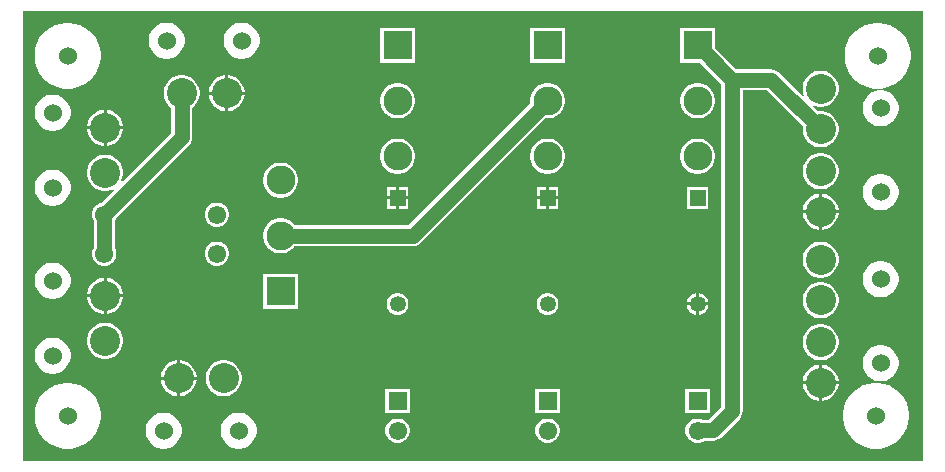
<source format=gbl>
G04*
G04 #@! TF.GenerationSoftware,Altium Limited,Altium Designer,21.2.2 (38)*
G04*
G04 Layer_Physical_Order=2*
G04 Layer_Color=16711680*
%FSLAX24Y24*%
%MOIN*%
G70*
G04*
G04 #@! TF.SameCoordinates,143DD886-8BEB-4202-99AC-BBB6EA89E434*
G04*
G04*
G04 #@! TF.FilePolarity,Positive*
G04*
G01*
G75*
%ADD21C,0.0500*%
%ADD22C,0.0965*%
%ADD23R,0.0965X0.0965*%
%ADD24C,0.1000*%
%ADD25C,0.0600*%
%ADD26R,0.0531X0.0531*%
%ADD27C,0.0531*%
%ADD28C,0.0610*%
%ADD29R,0.0610X0.0610*%
G36*
X30000Y0D02*
X0D01*
Y15000D01*
X30000D01*
Y0D01*
D02*
G37*
%LPC*%
G36*
X7359Y14600D02*
X7241D01*
X7125Y14577D01*
X7016Y14532D01*
X6918Y14466D01*
X6834Y14382D01*
X6768Y14284D01*
X6723Y14175D01*
X6700Y14059D01*
Y13941D01*
X6723Y13825D01*
X6768Y13716D01*
X6834Y13618D01*
X6918Y13534D01*
X7016Y13468D01*
X7125Y13423D01*
X7241Y13400D01*
X7359D01*
X7475Y13423D01*
X7584Y13468D01*
X7682Y13534D01*
X7766Y13618D01*
X7832Y13716D01*
X7877Y13825D01*
X7900Y13941D01*
Y14059D01*
X7877Y14175D01*
X7832Y14284D01*
X7766Y14382D01*
X7682Y14466D01*
X7584Y14532D01*
X7475Y14577D01*
X7359Y14600D01*
D02*
G37*
G36*
X4859D02*
X4741D01*
X4625Y14577D01*
X4516Y14532D01*
X4418Y14466D01*
X4334Y14382D01*
X4268Y14284D01*
X4223Y14175D01*
X4200Y14059D01*
Y13941D01*
X4223Y13825D01*
X4268Y13716D01*
X4334Y13618D01*
X4418Y13534D01*
X4516Y13468D01*
X4625Y13423D01*
X4741Y13400D01*
X4859D01*
X4975Y13423D01*
X5084Y13468D01*
X5182Y13534D01*
X5266Y13618D01*
X5332Y13716D01*
X5377Y13825D01*
X5400Y13941D01*
Y14059D01*
X5377Y14175D01*
X5332Y14284D01*
X5266Y14382D01*
X5182Y14466D01*
X5084Y14532D01*
X4975Y14577D01*
X4859Y14600D01*
D02*
G37*
G36*
X18082Y14433D02*
X16918D01*
Y13268D01*
X18082D01*
Y14433D01*
D02*
G37*
G36*
X13082D02*
X11918D01*
Y13268D01*
X13082D01*
Y14433D01*
D02*
G37*
G36*
X28587Y14600D02*
X28413D01*
X28242Y14573D01*
X28078Y14519D01*
X27923Y14441D01*
X27783Y14339D01*
X27661Y14217D01*
X27559Y14077D01*
X27481Y13922D01*
X27427Y13758D01*
X27400Y13587D01*
Y13413D01*
X27427Y13242D01*
X27481Y13078D01*
X27559Y12923D01*
X27661Y12783D01*
X27783Y12661D01*
X27923Y12559D01*
X28078Y12481D01*
X28242Y12427D01*
X28413Y12400D01*
X28587D01*
X28758Y12427D01*
X28922Y12481D01*
X29077Y12559D01*
X29217Y12661D01*
X29339Y12783D01*
X29441Y12923D01*
X29519Y13078D01*
X29573Y13242D01*
X29600Y13413D01*
Y13587D01*
X29573Y13758D01*
X29519Y13922D01*
X29441Y14077D01*
X29339Y14217D01*
X29217Y14339D01*
X29077Y14441D01*
X28922Y14519D01*
X28758Y14573D01*
X28587Y14600D01*
D02*
G37*
G36*
X1587D02*
X1413D01*
X1242Y14573D01*
X1078Y14519D01*
X923Y14441D01*
X783Y14339D01*
X661Y14217D01*
X559Y14077D01*
X481Y13922D01*
X427Y13758D01*
X400Y13587D01*
Y13413D01*
X427Y13242D01*
X481Y13078D01*
X559Y12923D01*
X661Y12783D01*
X783Y12661D01*
X923Y12559D01*
X1078Y12481D01*
X1242Y12427D01*
X1413Y12400D01*
X1587D01*
X1758Y12427D01*
X1922Y12481D01*
X2077Y12559D01*
X2217Y12661D01*
X2339Y12783D01*
X2441Y12923D01*
X2519Y13078D01*
X2573Y13242D01*
X2600Y13413D01*
Y13587D01*
X2573Y13758D01*
X2519Y13922D01*
X2441Y14077D01*
X2339Y14217D01*
X2217Y14339D01*
X2077Y14441D01*
X1922Y14519D01*
X1758Y14573D01*
X1587Y14600D01*
D02*
G37*
G36*
X6859Y12850D02*
X6850D01*
Y12300D01*
X7400D01*
Y12309D01*
X7377Y12425D01*
X7332Y12534D01*
X7266Y12632D01*
X7182Y12716D01*
X7084Y12782D01*
X6975Y12827D01*
X6859Y12850D01*
D02*
G37*
G36*
X6750D02*
X6741D01*
X6625Y12827D01*
X6516Y12782D01*
X6418Y12716D01*
X6334Y12632D01*
X6268Y12534D01*
X6223Y12425D01*
X6200Y12309D01*
Y12300D01*
X6750D01*
Y12850D01*
D02*
G37*
G36*
X23082Y14433D02*
X21918D01*
Y13268D01*
X22583D01*
X23297Y12554D01*
Y1796D01*
X22875Y1374D01*
X22662D01*
X22656Y1378D01*
X22553Y1405D01*
X22447D01*
X22344Y1378D01*
X22251Y1324D01*
X22176Y1249D01*
X22122Y1156D01*
X22095Y1053D01*
Y947D01*
X22122Y844D01*
X22176Y751D01*
X22251Y676D01*
X22344Y622D01*
X22447Y595D01*
X22553D01*
X22656Y622D01*
X22735Y668D01*
X23021D01*
X23112Y680D01*
X23198Y715D01*
X23271Y771D01*
X23900Y1400D01*
X23956Y1473D01*
X23991Y1559D01*
X24003Y1650D01*
Y12347D01*
X24803D01*
X26007Y11144D01*
X26000Y11109D01*
Y10991D01*
X26023Y10875D01*
X26068Y10766D01*
X26134Y10668D01*
X26218Y10584D01*
X26316Y10518D01*
X26425Y10473D01*
X26541Y10450D01*
X26659D01*
X26775Y10473D01*
X26884Y10518D01*
X26982Y10584D01*
X27066Y10668D01*
X27132Y10766D01*
X27177Y10875D01*
X27200Y10991D01*
Y11109D01*
X27177Y11225D01*
X27132Y11334D01*
X27066Y11432D01*
X26982Y11516D01*
X26884Y11582D01*
X26775Y11627D01*
X26659Y11650D01*
X26541D01*
X26506Y11643D01*
X26349Y11801D01*
X26377Y11843D01*
X26425Y11823D01*
X26541Y11800D01*
X26659D01*
X26775Y11823D01*
X26884Y11868D01*
X26982Y11934D01*
X27066Y12018D01*
X27132Y12116D01*
X27177Y12225D01*
X27200Y12341D01*
Y12459D01*
X27177Y12575D01*
X27132Y12684D01*
X27066Y12782D01*
X26982Y12866D01*
X26884Y12932D01*
X26775Y12977D01*
X26659Y13000D01*
X26541D01*
X26425Y12977D01*
X26316Y12932D01*
X26218Y12866D01*
X26134Y12782D01*
X26068Y12684D01*
X26023Y12575D01*
X26000Y12459D01*
Y12341D01*
X26023Y12225D01*
X26043Y12177D01*
X26001Y12149D01*
X25199Y12950D01*
X25126Y13006D01*
X25041Y13041D01*
X24950Y13053D01*
X23796D01*
X23082Y13767D01*
Y14433D01*
D02*
G37*
G36*
X7400Y12200D02*
X6850D01*
Y11650D01*
X6859D01*
X6975Y11673D01*
X7084Y11718D01*
X7182Y11784D01*
X7266Y11868D01*
X7332Y11966D01*
X7377Y12075D01*
X7400Y12191D01*
Y12200D01*
D02*
G37*
G36*
X6750D02*
X6200D01*
Y12191D01*
X6223Y12075D01*
X6268Y11966D01*
X6334Y11868D01*
X6418Y11784D01*
X6516Y11718D01*
X6625Y11673D01*
X6741Y11650D01*
X6750D01*
Y12200D01*
D02*
G37*
G36*
X22557Y12582D02*
X22443D01*
X22330Y12560D01*
X22224Y12516D01*
X22129Y12452D01*
X22048Y12371D01*
X21984Y12276D01*
X21940Y12170D01*
X21918Y12057D01*
Y11943D01*
X21940Y11830D01*
X21984Y11724D01*
X22048Y11629D01*
X22129Y11548D01*
X22224Y11484D01*
X22330Y11440D01*
X22443Y11418D01*
X22557D01*
X22670Y11440D01*
X22776Y11484D01*
X22871Y11548D01*
X22952Y11629D01*
X23016Y11724D01*
X23060Y11830D01*
X23082Y11943D01*
Y12057D01*
X23060Y12170D01*
X23016Y12276D01*
X22952Y12371D01*
X22871Y12452D01*
X22776Y12516D01*
X22670Y12560D01*
X22557Y12582D01*
D02*
G37*
G36*
X17557D02*
X17443D01*
X17330Y12560D01*
X17224Y12516D01*
X17129Y12452D01*
X17048Y12371D01*
X16984Y12276D01*
X16940Y12170D01*
X16918Y12057D01*
Y11943D01*
X16922Y11921D01*
X12854Y7853D01*
X9064D01*
X9052Y7871D01*
X8971Y7952D01*
X8876Y8016D01*
X8770Y8060D01*
X8657Y8082D01*
X8543D01*
X8430Y8060D01*
X8324Y8016D01*
X8229Y7952D01*
X8148Y7871D01*
X8084Y7776D01*
X8040Y7670D01*
X8018Y7557D01*
Y7443D01*
X8040Y7330D01*
X8084Y7224D01*
X8148Y7129D01*
X8229Y7048D01*
X8324Y6984D01*
X8430Y6940D01*
X8543Y6918D01*
X8657D01*
X8770Y6940D01*
X8876Y6984D01*
X8971Y7048D01*
X9052Y7129D01*
X9064Y7147D01*
X13000D01*
X13091Y7159D01*
X13177Y7194D01*
X13250Y7250D01*
X17421Y11422D01*
X17443Y11418D01*
X17557D01*
X17670Y11440D01*
X17776Y11484D01*
X17871Y11548D01*
X17952Y11629D01*
X18016Y11724D01*
X18060Y11830D01*
X18082Y11943D01*
Y12057D01*
X18060Y12170D01*
X18016Y12276D01*
X17952Y12371D01*
X17871Y12452D01*
X17776Y12516D01*
X17670Y12560D01*
X17557Y12582D01*
D02*
G37*
G36*
X12557D02*
X12443D01*
X12330Y12560D01*
X12224Y12516D01*
X12129Y12452D01*
X12048Y12371D01*
X11984Y12276D01*
X11940Y12170D01*
X11918Y12057D01*
Y11943D01*
X11940Y11830D01*
X11984Y11724D01*
X12048Y11629D01*
X12129Y11548D01*
X12224Y11484D01*
X12330Y11440D01*
X12443Y11418D01*
X12557D01*
X12670Y11440D01*
X12776Y11484D01*
X12871Y11548D01*
X12952Y11629D01*
X13016Y11724D01*
X13060Y11830D01*
X13082Y11943D01*
Y12057D01*
X13060Y12170D01*
X13016Y12276D01*
X12952Y12371D01*
X12871Y12452D01*
X12776Y12516D01*
X12670Y12560D01*
X12557Y12582D01*
D02*
G37*
G36*
X28659Y12350D02*
X28541D01*
X28425Y12327D01*
X28316Y12282D01*
X28218Y12216D01*
X28134Y12132D01*
X28068Y12034D01*
X28023Y11925D01*
X28000Y11809D01*
Y11691D01*
X28023Y11575D01*
X28068Y11466D01*
X28134Y11368D01*
X28218Y11284D01*
X28316Y11218D01*
X28425Y11173D01*
X28541Y11150D01*
X28659D01*
X28775Y11173D01*
X28884Y11218D01*
X28982Y11284D01*
X29066Y11368D01*
X29132Y11466D01*
X29177Y11575D01*
X29200Y11691D01*
Y11809D01*
X29177Y11925D01*
X29132Y12034D01*
X29066Y12132D01*
X28982Y12216D01*
X28884Y12282D01*
X28775Y12327D01*
X28659Y12350D01*
D02*
G37*
G36*
X2809Y11700D02*
X2800D01*
Y11150D01*
X3350D01*
Y11159D01*
X3327Y11275D01*
X3282Y11384D01*
X3216Y11482D01*
X3132Y11566D01*
X3034Y11632D01*
X2925Y11677D01*
X2809Y11700D01*
D02*
G37*
G36*
X2700D02*
X2691D01*
X2575Y11677D01*
X2466Y11632D01*
X2368Y11566D01*
X2284Y11482D01*
X2218Y11384D01*
X2173Y11275D01*
X2150Y11159D01*
Y11150D01*
X2700D01*
Y11700D01*
D02*
G37*
G36*
X1059Y12200D02*
X941D01*
X825Y12177D01*
X716Y12132D01*
X618Y12066D01*
X534Y11982D01*
X468Y11884D01*
X423Y11775D01*
X400Y11659D01*
Y11541D01*
X423Y11425D01*
X468Y11316D01*
X534Y11218D01*
X618Y11134D01*
X716Y11068D01*
X825Y11023D01*
X941Y11000D01*
X1059D01*
X1175Y11023D01*
X1284Y11068D01*
X1382Y11134D01*
X1466Y11218D01*
X1532Y11316D01*
X1577Y11425D01*
X1600Y11541D01*
Y11659D01*
X1577Y11775D01*
X1532Y11884D01*
X1466Y11982D01*
X1382Y12066D01*
X1284Y12132D01*
X1175Y12177D01*
X1059Y12200D01*
D02*
G37*
G36*
X3350Y11050D02*
X2800D01*
Y10500D01*
X2809D01*
X2925Y10523D01*
X3034Y10568D01*
X3132Y10634D01*
X3216Y10718D01*
X3282Y10816D01*
X3327Y10925D01*
X3350Y11041D01*
Y11050D01*
D02*
G37*
G36*
X2700D02*
X2150D01*
Y11041D01*
X2173Y10925D01*
X2218Y10816D01*
X2284Y10718D01*
X2368Y10634D01*
X2466Y10568D01*
X2575Y10523D01*
X2691Y10500D01*
X2700D01*
Y11050D01*
D02*
G37*
G36*
X22557Y10732D02*
X22443D01*
X22330Y10710D01*
X22224Y10666D01*
X22129Y10602D01*
X22048Y10521D01*
X21984Y10425D01*
X21940Y10319D01*
X21918Y10207D01*
Y10092D01*
X21940Y9980D01*
X21984Y9874D01*
X22048Y9778D01*
X22129Y9697D01*
X22224Y9634D01*
X22330Y9590D01*
X22443Y9567D01*
X22557D01*
X22670Y9590D01*
X22776Y9634D01*
X22871Y9697D01*
X22952Y9778D01*
X23016Y9874D01*
X23060Y9980D01*
X23082Y10092D01*
Y10207D01*
X23060Y10319D01*
X23016Y10425D01*
X22952Y10521D01*
X22871Y10602D01*
X22776Y10666D01*
X22670Y10710D01*
X22557Y10732D01*
D02*
G37*
G36*
X17557D02*
X17443D01*
X17330Y10710D01*
X17224Y10666D01*
X17129Y10602D01*
X17048Y10521D01*
X16984Y10425D01*
X16940Y10319D01*
X16918Y10207D01*
Y10092D01*
X16940Y9980D01*
X16984Y9874D01*
X17048Y9778D01*
X17129Y9697D01*
X17224Y9634D01*
X17330Y9590D01*
X17443Y9567D01*
X17557D01*
X17670Y9590D01*
X17776Y9634D01*
X17871Y9697D01*
X17952Y9778D01*
X18016Y9874D01*
X18060Y9980D01*
X18082Y10092D01*
Y10207D01*
X18060Y10319D01*
X18016Y10425D01*
X17952Y10521D01*
X17871Y10602D01*
X17776Y10666D01*
X17670Y10710D01*
X17557Y10732D01*
D02*
G37*
G36*
X12557D02*
X12443D01*
X12330Y10710D01*
X12224Y10666D01*
X12129Y10602D01*
X12048Y10521D01*
X11984Y10425D01*
X11940Y10319D01*
X11918Y10207D01*
Y10092D01*
X11940Y9980D01*
X11984Y9874D01*
X12048Y9778D01*
X12129Y9697D01*
X12224Y9634D01*
X12330Y9590D01*
X12443Y9567D01*
X12557D01*
X12670Y9590D01*
X12776Y9634D01*
X12871Y9697D01*
X12952Y9778D01*
X13016Y9874D01*
X13060Y9980D01*
X13082Y10092D01*
Y10207D01*
X13060Y10319D01*
X13016Y10425D01*
X12952Y10521D01*
X12871Y10602D01*
X12776Y10666D01*
X12670Y10710D01*
X12557Y10732D01*
D02*
G37*
G36*
X5359Y12850D02*
X5241D01*
X5125Y12827D01*
X5016Y12782D01*
X4918Y12716D01*
X4834Y12632D01*
X4768Y12534D01*
X4723Y12425D01*
X4700Y12309D01*
Y12191D01*
X4723Y12075D01*
X4768Y11966D01*
X4834Y11868D01*
X4918Y11784D01*
X4947Y11764D01*
Y10924D01*
X3334Y9311D01*
X3291Y9339D01*
X3327Y9425D01*
X3350Y9541D01*
Y9659D01*
X3327Y9775D01*
X3282Y9884D01*
X3216Y9982D01*
X3132Y10066D01*
X3034Y10132D01*
X2925Y10177D01*
X2809Y10200D01*
X2691D01*
X2575Y10177D01*
X2466Y10132D01*
X2368Y10066D01*
X2284Y9982D01*
X2218Y9884D01*
X2173Y9775D01*
X2150Y9659D01*
Y9541D01*
X2173Y9425D01*
X2218Y9316D01*
X2284Y9218D01*
X2368Y9134D01*
X2466Y9068D01*
X2575Y9023D01*
X2691Y9000D01*
X2809D01*
X2925Y9023D01*
X3011Y9059D01*
X3039Y9016D01*
X2613Y8590D01*
X2566Y8578D01*
X2473Y8524D01*
X2398Y8449D01*
X2345Y8356D01*
X2317Y8253D01*
Y8147D01*
X2345Y8044D01*
X2369Y8001D01*
Y7099D01*
X2345Y7056D01*
X2317Y6953D01*
Y6847D01*
X2345Y6744D01*
X2398Y6651D01*
X2473Y6576D01*
X2566Y6522D01*
X2669Y6495D01*
X2775D01*
X2878Y6522D01*
X2971Y6576D01*
X3046Y6651D01*
X3100Y6744D01*
X3127Y6847D01*
Y6953D01*
X3100Y7056D01*
X3075Y7099D01*
Y8001D01*
X3100Y8044D01*
X3112Y8091D01*
X5550Y10528D01*
X5606Y10601D01*
X5641Y10687D01*
X5653Y10778D01*
Y11764D01*
X5682Y11784D01*
X5766Y11868D01*
X5832Y11966D01*
X5877Y12075D01*
X5900Y12191D01*
Y12309D01*
X5877Y12425D01*
X5832Y12534D01*
X5766Y12632D01*
X5682Y12716D01*
X5584Y12782D01*
X5475Y12827D01*
X5359Y12850D01*
D02*
G37*
G36*
X26659Y10250D02*
X26541D01*
X26425Y10227D01*
X26316Y10182D01*
X26218Y10116D01*
X26134Y10032D01*
X26068Y9934D01*
X26023Y9825D01*
X26000Y9709D01*
Y9591D01*
X26023Y9475D01*
X26068Y9366D01*
X26134Y9268D01*
X26218Y9184D01*
X26316Y9118D01*
X26425Y9073D01*
X26541Y9050D01*
X26659D01*
X26775Y9073D01*
X26884Y9118D01*
X26982Y9184D01*
X27066Y9268D01*
X27132Y9366D01*
X27177Y9475D01*
X27200Y9591D01*
Y9709D01*
X27177Y9825D01*
X27132Y9934D01*
X27066Y10032D01*
X26982Y10116D01*
X26884Y10182D01*
X26775Y10227D01*
X26659Y10250D01*
D02*
G37*
G36*
X17866Y9137D02*
X17550D01*
Y8822D01*
X17866D01*
Y9137D01*
D02*
G37*
G36*
X12866D02*
X12550D01*
Y8822D01*
X12866D01*
Y9137D01*
D02*
G37*
G36*
X17450D02*
X17134D01*
Y8822D01*
X17450D01*
Y9137D01*
D02*
G37*
G36*
X12450D02*
X12134D01*
Y8822D01*
X12450D01*
Y9137D01*
D02*
G37*
G36*
X8657Y9933D02*
X8543D01*
X8430Y9910D01*
X8324Y9866D01*
X8229Y9803D01*
X8148Y9722D01*
X8084Y9626D01*
X8040Y9520D01*
X8018Y9408D01*
Y9293D01*
X8040Y9181D01*
X8084Y9075D01*
X8148Y8979D01*
X8229Y8898D01*
X8324Y8834D01*
X8430Y8790D01*
X8543Y8768D01*
X8657D01*
X8770Y8790D01*
X8876Y8834D01*
X8971Y8898D01*
X9052Y8979D01*
X9116Y9075D01*
X9160Y9181D01*
X9182Y9293D01*
Y9408D01*
X9160Y9520D01*
X9116Y9626D01*
X9052Y9722D01*
X8971Y9803D01*
X8876Y9866D01*
X8770Y9910D01*
X8657Y9933D01*
D02*
G37*
G36*
X1059Y9700D02*
X941D01*
X825Y9677D01*
X716Y9632D01*
X618Y9566D01*
X534Y9482D01*
X468Y9384D01*
X423Y9275D01*
X400Y9159D01*
Y9041D01*
X423Y8925D01*
X468Y8816D01*
X534Y8718D01*
X618Y8634D01*
X716Y8568D01*
X825Y8523D01*
X941Y8500D01*
X1059D01*
X1175Y8523D01*
X1284Y8568D01*
X1382Y8634D01*
X1466Y8718D01*
X1532Y8816D01*
X1577Y8925D01*
X1600Y9041D01*
Y9159D01*
X1577Y9275D01*
X1532Y9384D01*
X1466Y9482D01*
X1382Y9566D01*
X1284Y9632D01*
X1175Y9677D01*
X1059Y9700D01*
D02*
G37*
G36*
X22866Y9137D02*
X22134D01*
Y8406D01*
X22866D01*
Y9137D01*
D02*
G37*
G36*
X17866Y8722D02*
X17550D01*
Y8406D01*
X17866D01*
Y8722D01*
D02*
G37*
G36*
X17450D02*
X17134D01*
Y8406D01*
X17450D01*
Y8722D01*
D02*
G37*
G36*
X12866D02*
X12550D01*
Y8406D01*
X12866D01*
Y8722D01*
D02*
G37*
G36*
X12450D02*
X12134D01*
Y8406D01*
X12450D01*
Y8722D01*
D02*
G37*
G36*
X28659Y9550D02*
X28541D01*
X28425Y9527D01*
X28316Y9482D01*
X28218Y9416D01*
X28134Y9332D01*
X28068Y9234D01*
X28023Y9125D01*
X28000Y9009D01*
Y8891D01*
X28023Y8775D01*
X28068Y8666D01*
X28134Y8568D01*
X28218Y8484D01*
X28316Y8418D01*
X28425Y8373D01*
X28541Y8350D01*
X28659D01*
X28775Y8373D01*
X28884Y8418D01*
X28982Y8484D01*
X29066Y8568D01*
X29132Y8666D01*
X29177Y8775D01*
X29200Y8891D01*
Y9009D01*
X29177Y9125D01*
X29132Y9234D01*
X29066Y9332D01*
X28982Y9416D01*
X28884Y9482D01*
X28775Y9527D01*
X28659Y9550D01*
D02*
G37*
G36*
X26659Y8900D02*
X26650D01*
Y8350D01*
X27200D01*
Y8359D01*
X27177Y8475D01*
X27132Y8584D01*
X27066Y8682D01*
X26982Y8766D01*
X26884Y8832D01*
X26775Y8877D01*
X26659Y8900D01*
D02*
G37*
G36*
X26550D02*
X26541D01*
X26425Y8877D01*
X26316Y8832D01*
X26218Y8766D01*
X26134Y8682D01*
X26068Y8584D01*
X26023Y8475D01*
X26000Y8359D01*
Y8350D01*
X26550D01*
Y8900D01*
D02*
G37*
G36*
X6531Y8605D02*
X6425D01*
X6322Y8578D01*
X6229Y8524D01*
X6154Y8449D01*
X6100Y8356D01*
X6073Y8253D01*
Y8147D01*
X6100Y8044D01*
X6154Y7951D01*
X6229Y7876D01*
X6322Y7822D01*
X6425Y7795D01*
X6531D01*
X6634Y7822D01*
X6727Y7876D01*
X6802Y7951D01*
X6855Y8044D01*
X6883Y8147D01*
Y8253D01*
X6855Y8356D01*
X6802Y8449D01*
X6727Y8524D01*
X6634Y8578D01*
X6531Y8605D01*
D02*
G37*
G36*
X27200Y8250D02*
X26650D01*
Y7700D01*
X26659D01*
X26775Y7723D01*
X26884Y7768D01*
X26982Y7834D01*
X27066Y7918D01*
X27132Y8016D01*
X27177Y8125D01*
X27200Y8241D01*
Y8250D01*
D02*
G37*
G36*
X26550D02*
X26000D01*
Y8241D01*
X26023Y8125D01*
X26068Y8016D01*
X26134Y7918D01*
X26218Y7834D01*
X26316Y7768D01*
X26425Y7723D01*
X26541Y7700D01*
X26550D01*
Y8250D01*
D02*
G37*
G36*
X6531Y7305D02*
X6425D01*
X6322Y7278D01*
X6229Y7224D01*
X6154Y7149D01*
X6100Y7056D01*
X6073Y6953D01*
Y6847D01*
X6100Y6744D01*
X6154Y6651D01*
X6229Y6576D01*
X6322Y6522D01*
X6425Y6495D01*
X6531D01*
X6634Y6522D01*
X6727Y6576D01*
X6802Y6651D01*
X6855Y6744D01*
X6883Y6847D01*
Y6953D01*
X6855Y7056D01*
X6802Y7149D01*
X6727Y7224D01*
X6634Y7278D01*
X6531Y7305D01*
D02*
G37*
G36*
X26659Y7300D02*
X26541D01*
X26425Y7277D01*
X26316Y7232D01*
X26218Y7166D01*
X26134Y7082D01*
X26068Y6984D01*
X26023Y6875D01*
X26000Y6759D01*
Y6641D01*
X26023Y6525D01*
X26068Y6416D01*
X26134Y6318D01*
X26218Y6234D01*
X26316Y6168D01*
X26425Y6123D01*
X26541Y6100D01*
X26659D01*
X26775Y6123D01*
X26884Y6168D01*
X26982Y6234D01*
X27066Y6318D01*
X27132Y6416D01*
X27177Y6525D01*
X27200Y6641D01*
Y6759D01*
X27177Y6875D01*
X27132Y6984D01*
X27066Y7082D01*
X26982Y7166D01*
X26884Y7232D01*
X26775Y7277D01*
X26659Y7300D01*
D02*
G37*
G36*
X2809Y6100D02*
X2800D01*
Y5550D01*
X3350D01*
Y5559D01*
X3327Y5675D01*
X3282Y5784D01*
X3216Y5882D01*
X3132Y5966D01*
X3034Y6032D01*
X2925Y6077D01*
X2809Y6100D01*
D02*
G37*
G36*
X2700D02*
X2691D01*
X2575Y6077D01*
X2466Y6032D01*
X2368Y5966D01*
X2284Y5882D01*
X2218Y5784D01*
X2173Y5675D01*
X2150Y5559D01*
Y5550D01*
X2700D01*
Y6100D01*
D02*
G37*
G36*
X28659Y6650D02*
X28541D01*
X28425Y6627D01*
X28316Y6582D01*
X28218Y6516D01*
X28134Y6432D01*
X28068Y6334D01*
X28023Y6225D01*
X28000Y6109D01*
Y5991D01*
X28023Y5875D01*
X28068Y5766D01*
X28134Y5668D01*
X28218Y5584D01*
X28316Y5518D01*
X28425Y5473D01*
X28541Y5450D01*
X28659D01*
X28775Y5473D01*
X28884Y5518D01*
X28982Y5584D01*
X29066Y5668D01*
X29132Y5766D01*
X29177Y5875D01*
X29200Y5991D01*
Y6109D01*
X29177Y6225D01*
X29132Y6334D01*
X29066Y6432D01*
X28982Y6516D01*
X28884Y6582D01*
X28775Y6627D01*
X28659Y6650D01*
D02*
G37*
G36*
X1059Y6600D02*
X941D01*
X825Y6577D01*
X716Y6532D01*
X618Y6466D01*
X534Y6382D01*
X468Y6284D01*
X423Y6175D01*
X400Y6059D01*
Y5941D01*
X423Y5825D01*
X468Y5716D01*
X534Y5618D01*
X618Y5534D01*
X716Y5468D01*
X825Y5423D01*
X941Y5400D01*
X1059D01*
X1175Y5423D01*
X1284Y5468D01*
X1382Y5534D01*
X1466Y5618D01*
X1532Y5716D01*
X1577Y5825D01*
X1600Y5941D01*
Y6059D01*
X1577Y6175D01*
X1532Y6284D01*
X1466Y6382D01*
X1382Y6466D01*
X1284Y6532D01*
X1175Y6577D01*
X1059Y6600D01*
D02*
G37*
G36*
X22550Y5594D02*
Y5278D01*
X22865D01*
X22841Y5370D01*
X22793Y5453D01*
X22725Y5521D01*
X22641Y5569D01*
X22550Y5594D01*
D02*
G37*
G36*
X22450D02*
X22359Y5569D01*
X22275Y5521D01*
X22207Y5453D01*
X22159Y5370D01*
X22135Y5278D01*
X22450D01*
Y5594D01*
D02*
G37*
G36*
X9182Y6232D02*
X8018D01*
Y5067D01*
X9182D01*
Y6232D01*
D02*
G37*
G36*
X3350Y5450D02*
X2800D01*
Y4900D01*
X2809D01*
X2925Y4923D01*
X3034Y4968D01*
X3132Y5034D01*
X3216Y5118D01*
X3282Y5216D01*
X3327Y5325D01*
X3350Y5441D01*
Y5450D01*
D02*
G37*
G36*
X2700D02*
X2150D01*
Y5441D01*
X2173Y5325D01*
X2218Y5216D01*
X2284Y5118D01*
X2368Y5034D01*
X2466Y4968D01*
X2575Y4923D01*
X2691Y4900D01*
X2700D01*
Y5450D01*
D02*
G37*
G36*
X22865Y5178D02*
X22550D01*
Y4863D01*
X22641Y4888D01*
X22725Y4936D01*
X22793Y5004D01*
X22841Y5087D01*
X22865Y5178D01*
D02*
G37*
G36*
X22450D02*
X22135D01*
X22159Y5087D01*
X22207Y5004D01*
X22275Y4936D01*
X22359Y4888D01*
X22450Y4863D01*
Y5178D01*
D02*
G37*
G36*
X17548Y5594D02*
X17452D01*
X17359Y5569D01*
X17275Y5521D01*
X17207Y5453D01*
X17159Y5370D01*
X17134Y5276D01*
Y5180D01*
X17159Y5087D01*
X17207Y5004D01*
X17275Y4936D01*
X17359Y4888D01*
X17452Y4863D01*
X17548D01*
X17641Y4888D01*
X17725Y4936D01*
X17793Y5004D01*
X17841Y5087D01*
X17866Y5180D01*
Y5276D01*
X17841Y5370D01*
X17793Y5453D01*
X17725Y5521D01*
X17641Y5569D01*
X17548Y5594D01*
D02*
G37*
G36*
X12548D02*
X12452D01*
X12359Y5569D01*
X12275Y5521D01*
X12207Y5453D01*
X12159Y5370D01*
X12134Y5276D01*
Y5180D01*
X12159Y5087D01*
X12207Y5004D01*
X12275Y4936D01*
X12359Y4888D01*
X12452Y4863D01*
X12548D01*
X12641Y4888D01*
X12725Y4936D01*
X12793Y5004D01*
X12841Y5087D01*
X12866Y5180D01*
Y5276D01*
X12841Y5370D01*
X12793Y5453D01*
X12725Y5521D01*
X12641Y5569D01*
X12548Y5594D01*
D02*
G37*
G36*
X26659Y5950D02*
X26541D01*
X26425Y5927D01*
X26316Y5882D01*
X26218Y5816D01*
X26134Y5732D01*
X26068Y5634D01*
X26023Y5525D01*
X26000Y5409D01*
Y5291D01*
X26023Y5175D01*
X26068Y5066D01*
X26134Y4968D01*
X26218Y4884D01*
X26316Y4818D01*
X26425Y4773D01*
X26541Y4750D01*
X26659D01*
X26775Y4773D01*
X26884Y4818D01*
X26982Y4884D01*
X27066Y4968D01*
X27132Y5066D01*
X27177Y5175D01*
X27200Y5291D01*
Y5409D01*
X27177Y5525D01*
X27132Y5634D01*
X27066Y5732D01*
X26982Y5816D01*
X26884Y5882D01*
X26775Y5927D01*
X26659Y5950D01*
D02*
G37*
G36*
X2809Y4600D02*
X2691D01*
X2575Y4577D01*
X2466Y4532D01*
X2368Y4466D01*
X2284Y4382D01*
X2218Y4284D01*
X2173Y4175D01*
X2150Y4059D01*
Y3941D01*
X2173Y3825D01*
X2218Y3716D01*
X2284Y3618D01*
X2368Y3534D01*
X2466Y3468D01*
X2575Y3423D01*
X2691Y3400D01*
X2809D01*
X2925Y3423D01*
X3034Y3468D01*
X3132Y3534D01*
X3216Y3618D01*
X3282Y3716D01*
X3327Y3825D01*
X3350Y3941D01*
Y4059D01*
X3327Y4175D01*
X3282Y4284D01*
X3216Y4382D01*
X3132Y4466D01*
X3034Y4532D01*
X2925Y4577D01*
X2809Y4600D01*
D02*
G37*
G36*
X26659Y4550D02*
X26541D01*
X26425Y4527D01*
X26316Y4482D01*
X26218Y4416D01*
X26134Y4332D01*
X26068Y4234D01*
X26023Y4125D01*
X26000Y4009D01*
Y3891D01*
X26023Y3775D01*
X26068Y3666D01*
X26134Y3568D01*
X26218Y3484D01*
X26316Y3418D01*
X26425Y3373D01*
X26541Y3350D01*
X26659D01*
X26775Y3373D01*
X26884Y3418D01*
X26982Y3484D01*
X27066Y3568D01*
X27132Y3666D01*
X27177Y3775D01*
X27200Y3891D01*
Y4009D01*
X27177Y4125D01*
X27132Y4234D01*
X27066Y4332D01*
X26982Y4416D01*
X26884Y4482D01*
X26775Y4527D01*
X26659Y4550D01*
D02*
G37*
G36*
X1059Y4100D02*
X941D01*
X825Y4077D01*
X716Y4032D01*
X618Y3966D01*
X534Y3882D01*
X468Y3784D01*
X423Y3675D01*
X400Y3559D01*
Y3441D01*
X423Y3325D01*
X468Y3216D01*
X534Y3118D01*
X618Y3034D01*
X716Y2968D01*
X825Y2923D01*
X941Y2900D01*
X1059D01*
X1175Y2923D01*
X1284Y2968D01*
X1382Y3034D01*
X1466Y3118D01*
X1532Y3216D01*
X1577Y3325D01*
X1600Y3441D01*
Y3559D01*
X1577Y3675D01*
X1532Y3784D01*
X1466Y3882D01*
X1382Y3966D01*
X1284Y4032D01*
X1175Y4077D01*
X1059Y4100D01*
D02*
G37*
G36*
X5259Y3350D02*
X5250D01*
Y2800D01*
X5800D01*
Y2809D01*
X5777Y2925D01*
X5732Y3034D01*
X5666Y3132D01*
X5582Y3216D01*
X5484Y3282D01*
X5375Y3327D01*
X5259Y3350D01*
D02*
G37*
G36*
X5150D02*
X5141D01*
X5025Y3327D01*
X4916Y3282D01*
X4818Y3216D01*
X4734Y3132D01*
X4668Y3034D01*
X4623Y2925D01*
X4600Y2809D01*
Y2800D01*
X5150D01*
Y3350D01*
D02*
G37*
G36*
X28659Y3850D02*
X28541D01*
X28425Y3827D01*
X28316Y3782D01*
X28218Y3716D01*
X28134Y3632D01*
X28068Y3534D01*
X28023Y3425D01*
X28000Y3309D01*
Y3191D01*
X28023Y3075D01*
X28068Y2966D01*
X28134Y2868D01*
X28218Y2784D01*
X28316Y2718D01*
X28425Y2673D01*
X28541Y2650D01*
X28659D01*
X28775Y2673D01*
X28884Y2718D01*
X28982Y2784D01*
X29066Y2868D01*
X29132Y2966D01*
X29177Y3075D01*
X29200Y3191D01*
Y3309D01*
X29177Y3425D01*
X29132Y3534D01*
X29066Y3632D01*
X28982Y3716D01*
X28884Y3782D01*
X28775Y3827D01*
X28659Y3850D01*
D02*
G37*
G36*
X26659Y3200D02*
X26650D01*
Y2650D01*
X27200D01*
Y2659D01*
X27177Y2775D01*
X27132Y2884D01*
X27066Y2982D01*
X26982Y3066D01*
X26884Y3132D01*
X26775Y3177D01*
X26659Y3200D01*
D02*
G37*
G36*
X26550D02*
X26541D01*
X26425Y3177D01*
X26316Y3132D01*
X26218Y3066D01*
X26134Y2982D01*
X26068Y2884D01*
X26023Y2775D01*
X26000Y2659D01*
Y2650D01*
X26550D01*
Y3200D01*
D02*
G37*
G36*
X6759Y3350D02*
X6641D01*
X6525Y3327D01*
X6416Y3282D01*
X6318Y3216D01*
X6234Y3132D01*
X6168Y3034D01*
X6123Y2925D01*
X6100Y2809D01*
Y2691D01*
X6123Y2575D01*
X6168Y2466D01*
X6234Y2368D01*
X6318Y2284D01*
X6416Y2218D01*
X6525Y2173D01*
X6641Y2150D01*
X6759D01*
X6875Y2173D01*
X6984Y2218D01*
X7082Y2284D01*
X7166Y2368D01*
X7232Y2466D01*
X7277Y2575D01*
X7300Y2691D01*
Y2809D01*
X7277Y2925D01*
X7232Y3034D01*
X7166Y3132D01*
X7082Y3216D01*
X6984Y3282D01*
X6875Y3327D01*
X6759Y3350D01*
D02*
G37*
G36*
X5800Y2700D02*
X5250D01*
Y2150D01*
X5259D01*
X5375Y2173D01*
X5484Y2218D01*
X5582Y2284D01*
X5666Y2368D01*
X5732Y2466D01*
X5777Y2575D01*
X5800Y2691D01*
Y2700D01*
D02*
G37*
G36*
X5150D02*
X4600D01*
Y2691D01*
X4623Y2575D01*
X4668Y2466D01*
X4734Y2368D01*
X4818Y2284D01*
X4916Y2218D01*
X5025Y2173D01*
X5141Y2150D01*
X5150D01*
Y2700D01*
D02*
G37*
G36*
X27200Y2550D02*
X26650D01*
Y2000D01*
X26659D01*
X26775Y2023D01*
X26884Y2068D01*
X26982Y2134D01*
X27066Y2218D01*
X27132Y2316D01*
X27177Y2425D01*
X27200Y2541D01*
Y2550D01*
D02*
G37*
G36*
X26550D02*
X26000D01*
Y2541D01*
X26023Y2425D01*
X26068Y2316D01*
X26134Y2218D01*
X26218Y2134D01*
X26316Y2068D01*
X26425Y2023D01*
X26541Y2000D01*
X26550D01*
Y2550D01*
D02*
G37*
G36*
X22905Y2405D02*
X22095D01*
Y1595D01*
X22905D01*
Y2405D01*
D02*
G37*
G36*
X17905D02*
X17095D01*
Y1595D01*
X17905D01*
Y2405D01*
D02*
G37*
G36*
X12905D02*
X12095D01*
Y1595D01*
X12905D01*
Y2405D01*
D02*
G37*
G36*
X17553Y1405D02*
X17447D01*
X17344Y1378D01*
X17251Y1324D01*
X17176Y1249D01*
X17122Y1156D01*
X17095Y1053D01*
Y947D01*
X17122Y844D01*
X17176Y751D01*
X17251Y676D01*
X17344Y622D01*
X17447Y595D01*
X17553D01*
X17656Y622D01*
X17749Y676D01*
X17824Y751D01*
X17878Y844D01*
X17905Y947D01*
Y1053D01*
X17878Y1156D01*
X17824Y1249D01*
X17749Y1324D01*
X17656Y1378D01*
X17553Y1405D01*
D02*
G37*
G36*
X12553D02*
X12447D01*
X12344Y1378D01*
X12251Y1324D01*
X12176Y1249D01*
X12122Y1156D01*
X12095Y1053D01*
Y947D01*
X12122Y844D01*
X12176Y751D01*
X12251Y676D01*
X12344Y622D01*
X12447Y595D01*
X12553D01*
X12656Y622D01*
X12749Y676D01*
X12824Y751D01*
X12878Y844D01*
X12905Y947D01*
Y1053D01*
X12878Y1156D01*
X12824Y1249D01*
X12749Y1324D01*
X12656Y1378D01*
X12553Y1405D01*
D02*
G37*
G36*
X28537Y2600D02*
X28363D01*
X28192Y2573D01*
X28028Y2519D01*
X27873Y2441D01*
X27733Y2339D01*
X27611Y2217D01*
X27509Y2077D01*
X27431Y1922D01*
X27377Y1758D01*
X27350Y1587D01*
Y1413D01*
X27377Y1242D01*
X27431Y1078D01*
X27509Y923D01*
X27611Y783D01*
X27733Y661D01*
X27873Y559D01*
X28028Y481D01*
X28192Y427D01*
X28363Y400D01*
X28537D01*
X28708Y427D01*
X28872Y481D01*
X29027Y559D01*
X29167Y661D01*
X29289Y783D01*
X29391Y923D01*
X29469Y1078D01*
X29523Y1242D01*
X29550Y1413D01*
Y1587D01*
X29523Y1758D01*
X29469Y1922D01*
X29391Y2077D01*
X29289Y2217D01*
X29167Y2339D01*
X29027Y2441D01*
X28872Y2519D01*
X28708Y2573D01*
X28537Y2600D01*
D02*
G37*
G36*
X7259Y1600D02*
X7141D01*
X7025Y1577D01*
X6916Y1532D01*
X6818Y1466D01*
X6734Y1382D01*
X6668Y1284D01*
X6623Y1175D01*
X6600Y1059D01*
Y941D01*
X6623Y825D01*
X6668Y716D01*
X6734Y618D01*
X6818Y534D01*
X6916Y468D01*
X7025Y423D01*
X7141Y400D01*
X7259D01*
X7375Y423D01*
X7484Y468D01*
X7582Y534D01*
X7666Y618D01*
X7732Y716D01*
X7777Y825D01*
X7800Y941D01*
Y1059D01*
X7777Y1175D01*
X7732Y1284D01*
X7666Y1382D01*
X7582Y1466D01*
X7484Y1532D01*
X7375Y1577D01*
X7259Y1600D01*
D02*
G37*
G36*
X4759D02*
X4641D01*
X4525Y1577D01*
X4416Y1532D01*
X4318Y1466D01*
X4234Y1382D01*
X4168Y1284D01*
X4123Y1175D01*
X4100Y1059D01*
Y941D01*
X4123Y825D01*
X4168Y716D01*
X4234Y618D01*
X4318Y534D01*
X4416Y468D01*
X4525Y423D01*
X4641Y400D01*
X4759D01*
X4875Y423D01*
X4984Y468D01*
X5082Y534D01*
X5166Y618D01*
X5232Y716D01*
X5277Y825D01*
X5300Y941D01*
Y1059D01*
X5277Y1175D01*
X5232Y1284D01*
X5166Y1382D01*
X5082Y1466D01*
X4984Y1532D01*
X4875Y1577D01*
X4759Y1600D01*
D02*
G37*
G36*
X1587Y2600D02*
X1413D01*
X1242Y2573D01*
X1078Y2519D01*
X923Y2441D01*
X783Y2339D01*
X661Y2217D01*
X559Y2077D01*
X481Y1922D01*
X427Y1758D01*
X400Y1587D01*
Y1413D01*
X427Y1242D01*
X481Y1078D01*
X559Y923D01*
X661Y783D01*
X783Y661D01*
X923Y559D01*
X1078Y481D01*
X1242Y427D01*
X1413Y400D01*
X1587D01*
X1758Y427D01*
X1922Y481D01*
X2077Y559D01*
X2217Y661D01*
X2339Y783D01*
X2441Y923D01*
X2519Y1078D01*
X2573Y1242D01*
X2600Y1413D01*
Y1587D01*
X2573Y1758D01*
X2519Y1922D01*
X2441Y2077D01*
X2339Y2217D01*
X2217Y2339D01*
X2077Y2441D01*
X1922Y2519D01*
X1758Y2573D01*
X1587Y2600D01*
D02*
G37*
%LPD*%
D21*
X23650Y12700D02*
X24950D01*
X26600Y11050D01*
X23021Y1021D02*
X23650Y1650D01*
X22500Y13850D02*
X23650Y12700D01*
Y1650D02*
Y12700D01*
X22521Y1021D02*
X23021D01*
X22500Y1000D02*
X22521Y1021D01*
X2722Y6900D02*
Y8200D01*
X5300Y10778D01*
Y12250D01*
X13000Y7500D02*
X17500Y12000D01*
X8600Y7500D02*
X13000D01*
D22*
X8600Y9350D02*
D03*
Y7500D02*
D03*
X22500Y10150D02*
D03*
Y12000D02*
D03*
X12500Y10150D02*
D03*
Y12000D02*
D03*
X17500Y10150D02*
D03*
Y12000D02*
D03*
D23*
X8600Y5650D02*
D03*
X22500Y13850D02*
D03*
X12500D02*
D03*
X17500D02*
D03*
D24*
X26600Y6700D02*
D03*
Y5350D02*
D03*
Y3950D02*
D03*
Y2600D02*
D03*
X5300Y12250D02*
D03*
X6800D02*
D03*
X2750Y9600D02*
D03*
Y11100D02*
D03*
X6700Y2750D02*
D03*
X5200D02*
D03*
X26600Y8300D02*
D03*
Y9650D02*
D03*
Y11050D02*
D03*
Y12400D02*
D03*
X2750Y5500D02*
D03*
Y4000D02*
D03*
D25*
X28600Y6050D02*
D03*
Y3250D02*
D03*
X4800Y14000D02*
D03*
X7300D02*
D03*
X1000Y9100D02*
D03*
Y11600D02*
D03*
X7200Y1000D02*
D03*
X4700D02*
D03*
X1500Y1500D02*
D03*
Y13500D02*
D03*
X28500D02*
D03*
X28450Y1500D02*
D03*
X28600Y8950D02*
D03*
Y11750D02*
D03*
X1000Y6000D02*
D03*
Y3500D02*
D03*
D26*
X22500Y8772D02*
D03*
X12500D02*
D03*
X17500D02*
D03*
D27*
X22500Y5228D02*
D03*
X12500D02*
D03*
X17500D02*
D03*
D28*
X6478Y6900D02*
D03*
X2722D02*
D03*
X6478Y8200D02*
D03*
X2722D02*
D03*
X22500Y1000D02*
D03*
X12500D02*
D03*
X17500D02*
D03*
D29*
X22500Y2000D02*
D03*
X12500D02*
D03*
X17500D02*
D03*
M02*

</source>
